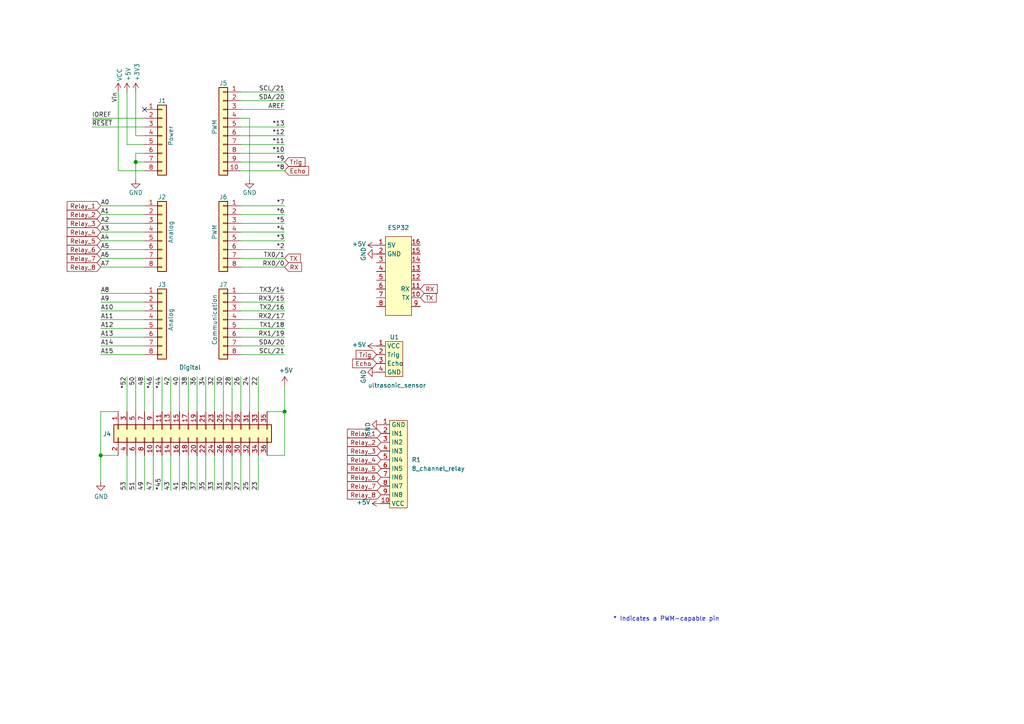
<source format=kicad_sch>
(kicad_sch (version 20211123) (generator eeschema)
  (paper "A4")
  (title_block (date "mar. 31 mars 2015"))
  (lib_symbols
    (symbol "Connector_Generic:Conn_01x08" (pin_names (offset 1.016) hide)
      (property "Reference" "J" (at 0 10.16 0))
      (property "Value" "Conn_01x08" (at 0 -12.7 0))
      (symbol "Conn_01x08_1_1"
        (rectangle (start -1.27 -10.033) (end 0 -10.287) (stroke (width 0.1524)))
        (rectangle (start -1.27 -7.493) (end 0 -7.747) (stroke (width 0.1524)))
        (rectangle (start -1.27 -4.953) (end 0 -5.207) (stroke (width 0.1524)))
        (rectangle (start -1.27 -2.413) (end 0 -2.667) (stroke (width 0.1524)))
        (rectangle (start -1.27 0.127) (end 0 -0.127) (stroke (width 0.1524)))
        (rectangle (start -1.27 2.667) (end 0 2.413) (stroke (width 0.1524)))
        (rectangle (start -1.27 5.207) (end 0 4.953) (stroke (width 0.1524)))
        (rectangle (start -1.27 7.747) (end 0 7.493) (stroke (width 0.1524)))
        (rectangle (start -1.27 8.89) (end 1.27 -11.43) (stroke (width 0.254)) (fill (type background)))
        (pin passive line (at -5.08 7.62 0) (length 3.81) (name "Pin_1") (number "1"))
        (pin passive line (at -5.08 5.08 0) (length 3.81) (name "Pin_2") (number "2"))
        (pin passive line (at -5.08 2.54 0) (length 3.81) (name "Pin_3") (number "3"))
        (pin passive line (at -5.08 0 0) (length 3.81) (name "Pin_4") (number "4"))
        (pin passive line (at -5.08 -2.54 0) (length 3.81) (name "Pin_5") (number "5"))
        (pin passive line (at -5.08 -5.08 0) (length 3.81) (name "Pin_6") (number "6"))
        (pin passive line (at -5.08 -7.62 0) (length 3.81) (name "Pin_7") (number "7"))
        (pin passive line (at -5.08 -10.16 0) (length 3.81) (name "Pin_8") (number "8"))
      )
    )
    (symbol "Connector_Generic:Conn_01x10" (pin_names (offset 1.016) hide)
      (property "Reference" "J" (at 0 12.7 0))
      (property "Value" "Conn_01x10" (at 0 -15.24 0))
      (symbol "Conn_01x10_1_1"
        (rectangle (start -1.27 -12.573) (end 0 -12.827) (stroke (width 0.1524)))
        (rectangle (start -1.27 -10.033) (end 0 -10.287) (stroke (width 0.1524)))
        (rectangle (start -1.27 -7.493) (end 0 -7.747) (stroke (width 0.1524)))
        (rectangle (start -1.27 -4.953) (end 0 -5.207) (stroke (width 0.1524)))
        (rectangle (start -1.27 -2.413) (end 0 -2.667) (stroke (width 0.1524)))
        (rectangle (start -1.27 0.127) (end 0 -0.127) (stroke (width 0.1524)))
        (rectangle (start -1.27 2.667) (end 0 2.413) (stroke (width 0.1524)))
        (rectangle (start -1.27 5.207) (end 0 4.953) (stroke (width 0.1524)))
        (rectangle (start -1.27 7.747) (end 0 7.493) (stroke (width 0.1524)))
        (rectangle (start -1.27 10.287) (end 0 10.033) (stroke (width 0.1524)))
        (rectangle (start -1.27 11.43) (end 1.27 -13.97) (stroke (width 0.254)) (fill (type background)))
        (pin passive line (at -5.08 10.16 0) (length 3.81) (name "Pin_1") (number "1"))
        (pin passive line (at -5.08 -12.7 0) (length 3.81) (name "Pin_10") (number "10"))
        (pin passive line (at -5.08 7.62 0) (length 3.81) (name "Pin_2") (number "2"))
        (pin passive line (at -5.08 5.08 0) (length 3.81) (name "Pin_3") (number "3"))
        (pin passive line (at -5.08 2.54 0) (length 3.81) (name "Pin_4") (number "4"))
        (pin passive line (at -5.08 0 0) (length 3.81) (name "Pin_5") (number "5"))
        (pin passive line (at -5.08 -2.54 0) (length 3.81) (name "Pin_6") (number "6"))
        (pin passive line (at -5.08 -5.08 0) (length 3.81) (name "Pin_7") (number "7"))
        (pin passive line (at -5.08 -7.62 0) (length 3.81) (name "Pin_8") (number "8"))
        (pin passive line (at -5.08 -10.16 0) (length 3.81) (name "Pin_9") (number "9"))
      )
    )
    (symbol "Connector_Generic:Conn_02x18_Odd_Even" (pin_names (offset 1.016) hide)
      (property "Reference" "J" (at 1.27 22.86 0))
      (property "Value" "Conn_02x18_Odd_Even" (at 1.27 -25.4 0))
      (symbol "Conn_02x18_Odd_Even_1_1"
        (rectangle (start -1.27 -22.733) (end 0 -22.987) (stroke (width 0.1524)))
        (rectangle (start -1.27 -20.193) (end 0 -20.447) (stroke (width 0.1524)))
        (rectangle (start -1.27 -17.653) (end 0 -17.907) (stroke (width 0.1524)))
        (rectangle (start -1.27 -15.113) (end 0 -15.367) (stroke (width 0.1524)))
        (rectangle (start -1.27 -12.573) (end 0 -12.827) (stroke (width 0.1524)))
        (rectangle (start -1.27 -10.033) (end 0 -10.287) (stroke (width 0.1524)))
        (rectangle (start -1.27 -7.493) (end 0 -7.747) (stroke (width 0.1524)))
        (rectangle (start -1.27 -4.953) (end 0 -5.207) (stroke (width 0.1524)))
        (rectangle (start -1.27 -2.413) (end 0 -2.667) (stroke (width 0.1524)))
        (rectangle (start -1.27 0.127) (end 0 -0.127) (stroke (width 0.1524)))
        (rectangle (start -1.27 2.667) (end 0 2.413) (stroke (width 0.1524)))
        (rectangle (start -1.27 5.207) (end 0 4.953) (stroke (width 0.1524)))
        (rectangle (start -1.27 7.747) (end 0 7.493) (stroke (width 0.1524)))
        (rectangle (start -1.27 10.287) (end 0 10.033) (stroke (width 0.1524)))
        (rectangle (start -1.27 12.827) (end 0 12.573) (stroke (width 0.1524)))
        (rectangle (start -1.27 15.367) (end 0 15.113) (stroke (width 0.1524)))
        (rectangle (start -1.27 17.907) (end 0 17.653) (stroke (width 0.1524)))
        (rectangle (start -1.27 20.447) (end 0 20.193) (stroke (width 0.1524)))
        (rectangle (start -1.27 21.59) (end 3.81 -24.13) (stroke (width 0.254)) (fill (type background)))
        (rectangle (start 3.81 -22.733) (end 2.54 -22.987) (stroke (width 0.1524)))
        (rectangle (start 3.81 -20.193) (end 2.54 -20.447) (stroke (width 0.1524)))
        (rectangle (start 3.81 -17.653) (end 2.54 -17.907) (stroke (width 0.1524)))
        (rectangle (start 3.81 -15.113) (end 2.54 -15.367) (stroke (width 0.1524)))
        (rectangle (start 3.81 -12.573) (end 2.54 -12.827) (stroke (width 0.1524)))
        (rectangle (start 3.81 -10.033) (end 2.54 -10.287) (stroke (width 0.1524)))
        (rectangle (start 3.81 -7.493) (end 2.54 -7.747) (stroke (width 0.1524)))
        (rectangle (start 3.81 -4.953) (end 2.54 -5.207) (stroke (width 0.1524)))
        (rectangle (start 3.81 -2.413) (end 2.54 -2.667) (stroke (width 0.1524)))
        (rectangle (start 3.81 0.127) (end 2.54 -0.127) (stroke (width 0.1524)))
        (rectangle (start 3.81 2.667) (end 2.54 2.413) (stroke (width 0.1524)))
        (rectangle (start 3.81 5.207) (end 2.54 4.953) (stroke (width 0.1524)))
        (rectangle (start 3.81 7.747) (end 2.54 7.493) (stroke (width 0.1524)))
        (rectangle (start 3.81 10.287) (end 2.54 10.033) (stroke (width 0.1524)))
        (rectangle (start 3.81 12.827) (end 2.54 12.573) (stroke (width 0.1524)))
        (rectangle (start 3.81 15.367) (end 2.54 15.113) (stroke (width 0.1524)))
        (rectangle (start 3.81 17.907) (end 2.54 17.653) (stroke (width 0.1524)))
        (rectangle (start 3.81 20.447) (end 2.54 20.193) (stroke (width 0.1524)))
        (pin passive line (at -5.08 20.32 0) (length 3.81) (name "Pin_1") (number "1"))
        (pin passive line (at 7.62 10.16 180) (length 3.81) (name "Pin_10") (number "10"))
        (pin passive line (at -5.08 7.62 0) (length 3.81) (name "Pin_11") (number "11"))
        (pin passive line (at 7.62 7.62 180) (length 3.81) (name "Pin_12") (number "12"))
        (pin passive line (at -5.08 5.08 0) (length 3.81) (name "Pin_13") (number "13"))
        (pin passive line (at 7.62 5.08 180) (length 3.81) (name "Pin_14") (number "14"))
        (pin passive line (at -5.08 2.54 0) (length 3.81) (name "Pin_15") (number "15"))
        (pin passive line (at 7.62 2.54 180) (length 3.81) (name "Pin_16") (number "16"))
        (pin passive line (at -5.08 0 0) (length 3.81) (name "Pin_17") (number "17"))
        (pin passive line (at 7.62 0 180) (length 3.81) (name "Pin_18") (number "18"))
        (pin passive line (at -5.08 -2.54 0) (length 3.81) (name "Pin_19") (number "19"))
        (pin passive line (at 7.62 20.32 180) (length 3.81) (name "Pin_2") (number "2"))
        (pin passive line (at 7.62 -2.54 180) (length 3.81) (name "Pin_20") (number "20"))
        (pin passive line (at -5.08 -5.08 0) (length 3.81) (name "Pin_21") (number "21"))
        (pin passive line (at 7.62 -5.08 180) (length 3.81) (name "Pin_22") (number "22"))
        (pin passive line (at -5.08 -7.62 0) (length 3.81) (name "Pin_23") (number "23"))
        (pin passive line (at 7.62 -7.62 180) (length 3.81) (name "Pin_24") (number "24"))
        (pin passive line (at -5.08 -10.16 0) (length 3.81) (name "Pin_25") (number "25"))
        (pin passive line (at 7.62 -10.16 180) (length 3.81) (name "Pin_26") (number "26"))
        (pin passive line (at -5.08 -12.7 0) (length 3.81) (name "Pin_27") (number "27"))
        (pin passive line (at 7.62 -12.7 180) (length 3.81) (name "Pin_28") (number "28"))
        (pin passive line (at -5.08 -15.24 0) (length 3.81) (name "Pin_29") (number "29"))
        (pin passive line (at -5.08 17.78 0) (length 3.81) (name "Pin_3") (number "3"))
        (pin passive line (at 7.62 -15.24 180) (length 3.81) (name "Pin_30") (number "30"))
        (pin passive line (at -5.08 -17.78 0) (length 3.81) (name "Pin_31") (number "31"))
        (pin passive line (at 7.62 -17.78 180) (length 3.81) (name "Pin_32") (number "32"))
        (pin passive line (at -5.08 -20.32 0) (length 3.81) (name "Pin_33") (number "33"))
        (pin passive line (at 7.62 -20.32 180) (length 3.81) (name "Pin_34") (number "34"))
        (pin passive line (at -5.08 -22.86 0) (length 3.81) (name "Pin_35") (number "35"))
        (pin passive line (at 7.62 -22.86 180) (length 3.81) (name "Pin_36") (number "36"))
        (pin passive line (at 7.62 17.78 180) (length 3.81) (name "Pin_4") (number "4"))
        (pin passive line (at -5.08 15.24 0) (length 3.81) (name "Pin_5") (number "5"))
        (pin passive line (at 7.62 15.24 180) (length 3.81) (name "Pin_6") (number "6"))
        (pin passive line (at -5.08 12.7 0) (length 3.81) (name "Pin_7") (number "7"))
        (pin passive line (at 7.62 12.7 180) (length 3.81) (name "Pin_8") (number "8"))
        (pin passive line (at -5.08 10.16 0) (length 3.81) (name "Pin_9") (number "9"))
      )
    )
    (symbol "My_Symbol:8_channel_relay"
      (property "Reference" "R" (at -1.27 3.81 0))
      (property "Value" "8_channel_relay" (at 0 -30.48 0))
      (symbol "8_channel_relay_0_1"
        (rectangle (start 0 0) (end 5.08 -25.4) (fill (type background)))
      )
      (symbol "8_channel_relay_1_1"
        (pin input line (at -2.54 -1.27 0) (length 2.54) (name "GND") (number "1"))
        (pin input line (at -2.54 -24.13 0) (length 2.54) (name "VCC") (number "10"))
        (pin input line (at -2.54 -3.81 0) (length 2.54) (name "IN1") (number "2"))
        (pin input line (at -2.54 -6.35 0) (length 2.54) (name "IN2") (number "3"))
        (pin input line (at -2.54 -8.89 0) (length 2.54) (name "IN3") (number "4"))
        (pin input line (at -2.54 -11.43 0) (length 2.54) (name "IN4") (number "5"))
        (pin input line (at -2.54 -13.97 0) (length 2.54) (name "IN5") (number "6"))
        (pin input line (at -2.54 -16.51 0) (length 2.54) (name "IN6") (number "7"))
        (pin input line (at -2.54 -19.05 0) (length 2.54) (name "IN7") (number "8"))
        (pin input line (at -2.54 -21.59 0) (length 2.54) (name "IN8") (number "9"))
      )
    )
    (symbol "My_Symbol:ESP32"
      (property "Value" "ESP32" (at 3.81 1.27 0))
      (symbol "ESP32_0_1"
        (rectangle (start 0 0) (end 7.62 -22.86) (fill (type background)))
      )
      (symbol "ESP32_1_1"
        (pin input line (at -2.54 -2.54 0) (length 2.54) (name "5V") (number "1"))
        (pin input line (at 10.16 -17.78 180) (length 2.54) (name "TX") (number "10"))
        (pin input line (at 10.16 -15.24 180) (length 2.54) (name "RX") (number "11"))
        (pin input line (at 10.16 -12.7 180) (length 2.54) (name "") (number "12"))
        (pin input line (at 10.16 -10.16 180) (length 2.54) (name "") (number "13"))
        (pin input line (at 10.16 -7.62 180) (length 2.54) (name "") (number "14"))
        (pin input line (at 10.16 -5.08 180) (length 2.54) (name "") (number "15"))
        (pin input line (at 10.16 -2.54 180) (length 2.54) (name "") (number "16"))
        (pin input line (at -2.54 -5.08 0) (length 2.54) (name "GND") (number "2"))
        (pin input line (at -2.54 -7.62 0) (length 2.54) (name "") (number "3"))
        (pin input line (at -2.54 -10.16 0) (length 2.54) (name "") (number "4"))
        (pin input line (at -2.54 -12.7 0) (length 2.54) (name "") (number "5"))
        (pin input line (at -2.54 -15.24 0) (length 2.54) (name "") (number "6"))
        (pin input line (at -2.54 -17.78 0) (length 2.54) (name "") (number "7"))
        (pin input line (at -2.54 -20.32 0) (length 2.54) (name "") (number "8"))
        (pin input line (at 10.16 -20.32 180) (length 2.54) (name "") (number "9"))
      )
    )
    (symbol "My_Symbol:ultrasonic_sensor"
      (property "Reference" "U" (at 3.048 -13.462 0))
      (property "Value" "ultrasonic_sensor" (at 2.794 2.794 0))
      (symbol "ultrasonic_sensor_0_1"
        (rectangle (start 0 0) (end 5.08 -10.16) (fill (type background)))
      )
      (symbol "ultrasonic_sensor_1_1"
        (pin input line (at -2.54 -1.27 0) (length 2.54) (name "VCC") (number "1"))
        (pin input line (at -2.54 -3.81 0) (length 2.54) (name "Trig") (number "2"))
        (pin input line (at -2.54 -6.35 0) (length 2.54) (name "Echo") (number "3"))
        (pin input line (at -2.54 -8.89 0) (length 2.54) (name "GND") (number "4"))
      )
    )
    (symbol "power:+3V3" (power) (pin_names (offset 0))
      (property "Value" "+3V3" (at 0 3.556 0))
      (symbol "+3V3_0_1"
        (polyline (pts (xy -0.762 1.27) (xy 0 2.54)))
        (polyline (pts (xy 0 0) (xy 0 2.54)))
        (polyline (pts (xy 0 2.54) (xy 0.762 1.27)))
      )
      (symbol "+3V3_1_1"
        (pin power_in line (at 0 0 90) (length 0) hide (name "+3V3") (number "1"))
      )
    )
    (symbol "power:+5V" (power) (pin_names (offset 0))
      (property "Value" "+5V" (at 0 3.556 0))
      (symbol "+5V_0_1"
        (polyline (pts (xy -0.762 1.27) (xy 0 2.54)))
        (polyline (pts (xy 0 0) (xy 0 2.54)))
        (polyline (pts (xy 0 2.54) (xy 0.762 1.27)))
      )
      (symbol "+5V_1_1"
        (pin power_in line (at 0 0 90) (length 0) hide (name "+5V") (number "1"))
      )
    )
    (symbol "power:GND" (power) (pin_names (offset 0))
      (property "Value" "GND" (at 0 -3.81 0))
      (symbol "GND_0_1"
        (polyline (pts (xy 0 0) (xy 0 -1.27) (xy 1.27 -1.27) (xy 0 -2.54) (xy -1.27 -1.27) (xy 0 -1.27)))
      )
      (symbol "GND_1_1"
        (pin power_in line (at 0 0 270) (length 0) hide (name "GND") (number "1"))
      )
    )
    (symbol "power:VCC" (power) (pin_names (offset 0))
      (property "Value" "VCC" (at 0 3.81 0))
      (symbol "VCC_0_1"
        (polyline (pts (xy -0.762 1.27) (xy 0 2.54)))
        (polyline (pts (xy 0 0) (xy 0 2.54)))
        (polyline (pts (xy 0 2.54) (xy 0.762 1.27)))
      )
      (symbol "VCC_1_1"
        (pin power_in line (at 0 0 90) (length 0) hide (name "VCC") (number "1"))
      )
    )
  )
  (junction (at 29.21 132.08) (diameter 1.016))
  (junction (at 39.37 46.99) (diameter 1.016))
  (junction (at 82.55 119.38) (diameter 1.016))
  (no_connect (at 41.91 31.75))
  (wire (pts (xy 69.85 77.47) (xy 82.55 77.47)))
  (wire (pts (xy 29.21 77.47) (xy 41.91 77.47)))
  (wire (pts (xy 69.85 44.45) (xy 82.55 44.45)))
  (wire (pts (xy 52.07 109.22) (xy 52.07 119.38)))
  (wire (pts (xy 69.85 26.67) (xy 82.55 26.67)))
  (wire (pts (xy 54.61 109.22) (xy 54.61 119.38)))
  (wire (pts (xy 82.55 119.38) (xy 82.55 132.08)))
  (wire (pts (xy 34.29 119.38) (xy 29.21 119.38)))
  (wire (pts (xy 69.85 90.17) (xy 82.55 90.17)))
  (wire (pts (xy 39.37 44.45) (xy 39.37 46.99)))
  (wire (pts (xy 57.15 132.08) (xy 57.15 142.24)))
  (wire (pts (xy 29.21 72.39) (xy 41.91 72.39)))
  (wire (pts (xy 62.23 109.22) (xy 62.23 119.38)))
  (wire (pts (xy 39.37 109.22) (xy 39.37 119.38)))
  (wire (pts (xy 74.93 109.22) (xy 74.93 119.38)))
  (wire (pts (xy 39.37 46.99) (xy 39.37 52.07)))
  (wire (pts (xy 69.85 132.08) (xy 69.85 142.24)))
  (wire (pts (xy 39.37 39.37) (xy 41.91 39.37)))
  (wire (pts (xy 49.53 109.22) (xy 49.53 119.38)))
  (wire (pts (xy 36.83 41.91) (xy 41.91 41.91)))
  (wire (pts (xy 59.69 132.08) (xy 59.69 142.24)))
  (wire (pts (xy 36.83 26.67) (xy 36.83 41.91)))
  (wire (pts (xy 29.21 102.87) (xy 41.91 102.87)))
  (wire (pts (xy 44.45 132.08) (xy 44.45 142.24)))
  (wire (pts (xy 67.31 132.08) (xy 67.31 142.24)))
  (wire (pts (xy 69.85 36.83) (xy 82.55 36.83)))
  (wire (pts (xy 39.37 26.67) (xy 39.37 39.37)))
  (wire (pts (xy 69.85 59.69) (xy 82.55 59.69)))
  (wire (pts (xy 41.91 59.69) (xy 29.21 59.69)))
  (wire (pts (xy 69.85 39.37) (xy 82.55 39.37)))
  (wire (pts (xy 41.91 100.33) (xy 29.21 100.33)))
  (wire (pts (xy 69.85 62.23) (xy 82.55 62.23)))
  (wire (pts (xy 69.85 97.79) (xy 82.55 97.79)))
  (wire (pts (xy 59.69 109.22) (xy 59.69 119.38)))
  (wire (pts (xy 29.21 119.38) (xy 29.21 132.08)))
  (wire (pts (xy 44.45 109.22) (xy 44.45 119.38)))
  (wire (pts (xy 34.29 132.08) (xy 29.21 132.08)))
  (wire (pts (xy 69.85 46.99) (xy 82.55 46.99)))
  (wire (pts (xy 67.31 109.22) (xy 67.31 119.38)))
  (wire (pts (xy 64.77 109.22) (xy 64.77 119.38)))
  (wire (pts (xy 46.99 132.08) (xy 46.99 142.24)))
  (wire (pts (xy 64.77 132.08) (xy 64.77 142.24)))
  (wire (pts (xy 41.91 132.08) (xy 41.91 142.24)))
  (wire (pts (xy 72.39 109.22) (xy 72.39 119.38)))
  (wire (pts (xy 69.85 67.31) (xy 82.55 67.31)))
  (wire (pts (xy 52.07 132.08) (xy 52.07 142.24)))
  (wire (pts (xy 46.99 109.22) (xy 46.99 119.38)))
  (wire (pts (xy 26.67 34.29) (xy 41.91 34.29)))
  (wire (pts (xy 69.85 87.63) (xy 82.55 87.63)))
  (wire (pts (xy 82.55 111.76) (xy 82.55 119.38)))
  (wire (pts (xy 72.39 34.29) (xy 72.39 52.07)))
  (wire (pts (xy 69.85 102.87) (xy 82.55 102.87)))
  (wire (pts (xy 69.85 31.75) (xy 82.55 31.75)))
  (wire (pts (xy 77.47 119.38) (xy 82.55 119.38)))
  (wire (pts (xy 69.85 95.25) (xy 82.55 95.25)))
  (wire (pts (xy 29.21 92.71) (xy 41.91 92.71)))
  (wire (pts (xy 41.91 64.77) (xy 29.21 64.77)))
  (wire (pts (xy 26.67 36.83) (xy 41.91 36.83)))
  (wire (pts (xy 69.85 85.09) (xy 82.55 85.09)))
  (wire (pts (xy 41.91 46.99) (xy 39.37 46.99)))
  (wire (pts (xy 41.91 49.53) (xy 34.29 49.53)))
  (wire (pts (xy 36.83 109.22) (xy 36.83 119.38)))
  (wire (pts (xy 29.21 62.23) (xy 41.91 62.23)))
  (wire (pts (xy 39.37 132.08) (xy 39.37 142.24)))
  (wire (pts (xy 62.23 132.08) (xy 62.23 142.24)))
  (wire (pts (xy 41.91 90.17) (xy 29.21 90.17)))
  (wire (pts (xy 36.83 132.08) (xy 36.83 142.24)))
  (wire (pts (xy 69.85 92.71) (xy 82.55 92.71)))
  (wire (pts (xy 69.85 34.29) (xy 72.39 34.29)))
  (wire (pts (xy 54.61 132.08) (xy 54.61 142.24)))
  (wire (pts (xy 41.91 44.45) (xy 39.37 44.45)))
  (wire (pts (xy 29.21 97.79) (xy 41.91 97.79)))
  (wire (pts (xy 69.85 109.22) (xy 69.85 119.38)))
  (wire (pts (xy 69.85 41.91) (xy 82.55 41.91)))
  (wire (pts (xy 57.15 109.22) (xy 57.15 119.38)))
  (wire (pts (xy 29.21 87.63) (xy 41.91 87.63)))
  (wire (pts (xy 69.85 64.77) (xy 82.55 64.77)))
  (wire (pts (xy 29.21 67.31) (xy 41.91 67.31)))
  (wire (pts (xy 41.91 109.22) (xy 41.91 119.38)))
  (wire (pts (xy 69.85 100.33) (xy 82.55 100.33)))
  (wire (pts (xy 82.55 132.08) (xy 77.47 132.08)))
  (wire (pts (xy 41.91 85.09) (xy 29.21 85.09)))
  (wire (pts (xy 74.93 132.08) (xy 74.93 142.24)))
  (wire (pts (xy 69.85 29.21) (xy 82.55 29.21)))
  (wire (pts (xy 72.39 132.08) (xy 72.39 142.24)))
  (wire (pts (xy 69.85 72.39) (xy 82.55 72.39)))
  (wire (pts (xy 69.85 69.85) (xy 82.55 69.85)))
  (wire (pts (xy 49.53 132.08) (xy 49.53 142.24)))
  (wire (pts (xy 69.85 74.93) (xy 82.55 74.93)))
  (wire (pts (xy 41.91 95.25) (xy 29.21 95.25)))
  (wire (pts (xy 34.29 49.53) (xy 34.29 26.67)))
  (wire (pts (xy 29.21 132.08) (xy 29.21 139.7)))
  (wire (pts (xy 41.91 74.93) (xy 29.21 74.93)))
  (wire (pts (xy 41.91 69.85) (xy 29.21 69.85)))
  (wire (pts (xy 69.85 49.53) (xy 82.55 49.53)))
  (text "* Indicates a PWM-capable pin" (at 177.8 180.34 0) (effects (font (size 1.27 1.27)) (justify left bottom)))
  (label "A10" (at 29.21 90.17 0))
  (label "RX0{slash}0" (at 82.55 77.47 180))
  (label "A15" (at 29.21 102.87 0))
  (label "A2" (at 29.21 64.77 0))
  (label "RX2{slash}17" (at 82.55 92.71 180))
  (label "*4" (at 82.55 67.31 180))
  (label "SDA{slash}20" (at 82.55 100.33 180))
  (label "26" (at 69.85 109.22 270))
  (label "31" (at 64.77 142.24 90))
  (label "22" (at 74.93 109.22 270))
  (label "33" (at 62.23 142.24 90))
  (label "36" (at 57.15 109.22 270))
  (label "*2" (at 82.55 72.39 180))
  (label "TX1{slash}18" (at 82.55 95.25 180))
  (label "*44" (at 46.99 109.22 270))
  (label "A3" (at 29.21 67.31 0))
  (label "*13" (at 82.55 36.83 180))
  (label "*52" (at 36.83 109.22 270))
  (label "*12" (at 82.55 39.37 180))
  (label "40" (at 52.07 109.22 270))
  (label "~{RESET}" (at 26.67 36.83 0))
  (label "35" (at 59.69 142.24 90))
  (label "*10" (at 82.55 44.45 180))
  (label "28" (at 67.31 109.22 270))
  (label "23" (at 74.93 142.24 90))
  (label "29" (at 67.31 142.24 90))
  (label "A13" (at 29.21 97.79 0))
  (label "41" (at 52.07 142.24 90))
  (label "30" (at 64.77 109.22 270))
  (label "47" (at 44.45 142.24 90))
  (label "34" (at 59.69 109.22 270))
  (label "*45" (at 46.99 142.24 90))
  (label "38" (at 54.61 109.22 270))
  (label "51" (at 39.37 142.24 90))
  (label "*7" (at 82.55 59.69 180))
  (label "SDA{slash}20" (at 82.55 29.21 180))
  (label "*8" (at 82.55 49.53 180))
  (label "A9" (at 29.21 87.63 0))
  (label "*11" (at 82.55 41.91 180))
  (label "*3" (at 82.55 69.85 180))
  (label "A6" (at 29.21 74.93 0))
  (label "42" (at 49.53 109.22 270))
  (label "A1" (at 29.21 62.23 0))
  (label "53" (at 36.83 142.24 90))
  (label "TX0{slash}1" (at 82.55 74.93 180))
  (label "24" (at 72.39 109.22 270))
  (label "RX1{slash}19" (at 82.55 97.79 180))
  (label "A0" (at 29.21 59.69 0))
  (label "AREF" (at 82.55 31.75 180))
  (label "A14" (at 29.21 100.33 0))
  (label "39" (at 54.61 142.24 90))
  (label "A8" (at 29.21 85.09 0))
  (label "Vin" (at 34.29 26.67 270))
  (label "27" (at 69.85 142.24 90))
  (label "37" (at 57.15 142.24 90))
  (label "25" (at 72.39 142.24 90))
  (label "*6" (at 82.55 62.23 180))
  (label "*46" (at 44.45 109.22 270))
  (label "SCL{slash}21" (at 82.55 26.67 180))
  (label "*9" (at 82.55 46.99 180))
  (label "50" (at 39.37 109.22 270))
  (label "TX2{slash}16" (at 82.55 90.17 180))
  (label "*5" (at 82.55 64.77 180))
  (label "IOREF" (at 26.67 34.29 0))
  (label "A7" (at 29.21 77.47 0))
  (label "A11" (at 29.21 92.71 0))
  (label "A4" (at 29.21 69.85 0))
  (label "49" (at 41.91 142.24 90))
  (label "A5" (at 29.21 72.39 0))
  (label "RX3{slash}15" (at 82.55 87.63 180))
  (label "TX3{slash}14" (at 82.55 85.09 180))
  (label "32" (at 62.23 109.22 270))
  (label "43" (at 49.53 142.24 90))
  (label "A12" (at 29.21 95.25 0))
  (label "SCL{slash}21" (at 82.55 102.87 180))
  (label "48" (at 41.91 109.22 270))
  (global_label "Relay_6" (shape input) (at 29.21 72.39 180) (property "Intersheet References" "${INTERSHEET_REFS}" (effects hide)))
  (global_label "Relay_4" (shape input) (at 110.49 133.35 180) (property "Intersheet References" "${INTERSHEET_REFS}" (effects hide)))
  (global_label "Relay_1" (shape input) (at 29.21 59.69 180) (property "Intersheet References" "${INTERSHEET_REFS}" (effects hide)))
  (global_label "Trig" (shape input) (at 109.22 102.87 180) (property "Intersheet References" "${INTERSHEET_REFS}" (effects hide)))
  (global_label "Relay_5" (shape input) (at 110.49 135.89 180) (property "Intersheet References" "${INTERSHEET_REFS}" (effects hide)))
  (global_label "Echo" (shape input) (at 82.55 49.53 0) (property "Intersheet References" "${INTERSHEET_REFS}" (effects hide)))
  (global_label "Relay_3" (shape input) (at 29.21 64.77 180) (property "Intersheet References" "${INTERSHEET_REFS}" (effects hide)))
  (global_label "TX" (shape input) (at 82.55 74.93 0) (property "Intersheet References" "${INTERSHEET_REFS}" (effects hide)))
  (global_label "TX" (shape input) (at 121.92 86.36 0) (property "Intersheet References" "${INTERSHEET_REFS}" (effects hide)))
  (global_label "Relay_5" (shape input) (at 29.21 69.85 180) (property "Intersheet References" "${INTERSHEET_REFS}" (effects hide)))
  (global_label "RX" (shape input) (at 82.55 77.47 0) (property "Intersheet References" "${INTERSHEET_REFS}" (effects hide)))
  (global_label "Relay_8" (shape input) (at 110.49 143.51 180) (property "Intersheet References" "${INTERSHEET_REFS}" (effects hide)))
  (global_label "Echo" (shape input) (at 109.22 105.41 180) (property "Intersheet References" "${INTERSHEET_REFS}" (effects hide)))
  (global_label "Relay_3" (shape input) (at 110.49 130.81 180) (property "Intersheet References" "${INTERSHEET_REFS}" (effects hide)))
  (global_label "RX" (shape input) (at 121.92 83.82 0) (property "Intersheet References" "${INTERSHEET_REFS}" (effects hide)))
  (global_label "Relay_4" (shape input) (at 29.21 67.31 180) (property "Intersheet References" "${INTERSHEET_REFS}" (effects hide)))
  (global_label "Relay_2" (shape input) (at 110.49 128.27 180) (property "Intersheet References" "${INTERSHEET_REFS}" (effects hide)))
  (global_label "Relay_7" (shape input) (at 29.21 74.93 180) (property "Intersheet References" "${INTERSHEET_REFS}" (effects hide)))
  (global_label "Relay_6" (shape input) (at 110.49 138.43 180) (property "Intersheet References" "${INTERSHEET_REFS}" (effects hide)))
  (global_label "Relay_1" (shape input) (at 110.49 125.73 180) (property "Intersheet References" "${INTERSHEET_REFS}" (effects hide)))
  (global_label "Trig" (shape input) (at 82.55 46.99 0) (property "Intersheet References" "${INTERSHEET_REFS}" (effects hide)))
  (global_label "Relay_7" (shape input) (at 110.49 140.97 180) (property "Intersheet References" "${INTERSHEET_REFS}" (effects hide)))
  (global_label "Relay_2" (shape input) (at 29.21 62.23 180) (property "Intersheet References" "${INTERSHEET_REFS}" (effects hide)))
  (global_label "Relay_8" (shape input) (at 29.21 77.47 180) (property "Intersheet References" "${INTERSHEET_REFS}" (effects hide)))
  (symbol (lib_id "Connector_Generic:Conn_01x08") (at 46.99 39.37 0) (unit 1)
    (property "Reference" "J1" (at 46.99 29.21 0))
    (property "Value" "Power" (at 49.53 39.37 90))
    (property "Footprint" "Connector_PinSocket_2.54mm:PinSocket_1x08_P2.54mm_Vertical" (effects hide))
  )
  (symbol (lib_id "power:+3V3") (at 39.37 26.67 0) (unit 1)
    (property "Reference" "#PWR04" (effects hide))
    (property "Value" "+3.3V" (at 39.751 23.622 90) (effects (justify left)))
  )
  (symbol (lib_id "power:+5V") (at 36.83 26.67 0) (unit 1)
    (property "Reference" "#PWR03" (effects hide))
    (property "Value" "+5V" (at 37.1856 23.622 90) (effects (justify left)))
  )
  (symbol (lib_id "power:GND") (at 39.37 52.07 0) (unit 1)
    (property "Reference" "#PWR05" (effects hide))
    (property "Value" "GND" (at 39.37 55.88 0))
  )
  (symbol (lib_id "Connector_Generic:Conn_01x10") (at 64.77 36.83 0) (mirror y) (unit 1)
    (property "Reference" "J5" (at 64.77 24.13 0))
    (property "Value" "PWM" (at 62.23 36.83 90))
    (property "Footprint" "Connector_PinSocket_2.54mm:PinSocket_1x10_P2.54mm_Vertical" (effects hide))
  )
  (symbol (lib_id "power:GND") (at 72.39 52.07 0) (unit 1)
    (property "Reference" "#PWR06" (effects hide))
    (property "Value" "GND" (at 72.39 55.88 0))
  )
  (symbol (lib_id "Connector_Generic:Conn_01x08") (at 46.99 67.31 0) (unit 1)
    (property "Reference" "J2" (at 46.99 57.15 0))
    (property "Value" "Analog" (at 49.53 67.31 90))
    (property "Footprint" "Connector_PinSocket_2.54mm:PinSocket_1x08_P2.54mm_Vertical" (effects hide))
  )
  (symbol (lib_id "Connector_Generic:Conn_01x08") (at 64.77 67.31 0) (mirror y) (unit 1)
    (property "Reference" "J6" (at 64.77 57.15 0))
    (property "Value" "PWM" (at 62.23 67.31 90))
    (property "Footprint" "Connector_PinSocket_2.54mm:PinSocket_1x08_P2.54mm_Vertical" (effects hide))
  )
  (symbol (lib_id "Connector_Generic:Conn_01x08") (at 46.99 92.71 0) (unit 1)
    (property "Reference" "J3" (at 46.99 82.55 0))
    (property "Value" "Analog" (at 49.53 92.71 90))
    (property "Footprint" "Connector_PinSocket_2.54mm:PinSocket_1x08_P2.54mm_Vertical" (effects hide))
  )
  (symbol (lib_id "Connector_Generic:Conn_01x08") (at 64.77 92.71 0) (mirror y) (unit 1)
    (property "Reference" "J7" (at 64.77 82.55 0))
    (property "Value" "Communication" (at 62.23 92.71 90))
    (property "Footprint" "Connector_PinSocket_2.54mm:PinSocket_1x08_P2.54mm_Vertical" (effects hide))
  )
  (symbol (lib_id "Connector_Generic:Conn_02x18_Odd_Even") (at 54.61 124.46 90) (mirror x) (unit 1)
    (property "Reference" "J4" (at 32.2579 125.8506 90) (effects (justify left)))
    (property "Value" "Digital" (at 55.118 106.553 90))
    (property "Footprint" "Connector_PinSocket_2.54mm:PinSocket_2x18_P2.54mm_Vertical" (effects hide))
  )
  (symbol (lib_id "power:GND") (at 29.21 139.7 0) (unit 1)
    (property "Reference" "#PWR01" (effects hide))
    (property "Value" "GND" (at 29.3243 144.0244 0))
  )
  (symbol (lib_id "power:+5V") (at 82.55 111.76 0) (unit 1)
    (property "Reference" "#PWR07" (effects hide))
    (property "Value" "+5V" (at 82.9183 107.4356 0))
  )
  (symbol (lib_id "power:+5V") (at 109.22 71.12 90) (unit 1)
    (property "Reference" "#PWR08" (effects hide))
    (property "Value" "+5V" (at 106.172 70.7644 90) (effects (justify left)))
  )
  (symbol (lib_id "My_Symbol:ESP32") (at 111.76 68.58 0) (unit 1)
    (property "Reference" "E1" (effects hide))
    (property "Value" "ESP32" (at 115.57 66.04 0))
    (property "Footprint" "My_Lib:ESP32" (effects hide))
  )
  (symbol (lib_id "power:GND") (at 110.49 123.19 270) (unit 1)
    (property "Reference" "#PWR012" (effects hide))
    (property "Value" "GND" (at 106.68 124.46 0))
  )
  (symbol (lib_id "power:VCC") (at 34.29 26.67 0) (unit 1)
    (property "Reference" "#PWR02" (effects hide))
    (property "Value" "VCC" (at 34.671 23.622 90) (effects (justify left)))
  )
  (symbol (lib_id "power:+5V") (at 109.22 100.33 90) (unit 1)
    (property "Reference" "#PWR010" (effects hide))
    (property "Value" "+5V" (at 106.172 99.9744 90) (effects (justify left)))
  )
  (symbol (lib_id "power:+5V") (at 110.49 146.05 90) (unit 1)
    (property "Reference" "#PWR013" (effects hide))
    (property "Value" "+5V" (at 107.442 145.6944 90) (effects (justify left)))
  )
  (symbol (lib_id "power:GND") (at 109.22 73.66 270) (unit 1)
    (property "Reference" "#PWR09" (effects hide))
    (property "Value" "GND" (at 105.41 73.66 0))
  )
  (symbol (lib_id "power:GND") (at 109.22 107.95 270) (unit 1)
    (property "Reference" "#PWR011" (effects hide))
    (property "Value" "GND" (at 105.41 109.22 0))
  )
  (symbol (lib_id "My_Symbol:8_channel_relay") (at 113.03 121.92 0) (unit 1)
    (property "Reference" "R1" (at 119.38 133.3499 0) (effects (justify left)))
    (property "Value" "8_channel_relay" (at 119.38 135.8899 0) (effects (justify left)))
    (property "Footprint" "My_Lib:8_channel_relay" (effects hide))
  )
  (symbol (lib_id "My_Symbol:ultrasonic_sensor") (at 111.76 99.06 0) (unit 1)
    (property "Reference" "U1" (at 113.03 97.79 0) (effects (justify left)))
    (property "Value" "ultrasonic_sensor" (at 106.68 111.76 0) (effects (justify left)))
    (property "Footprint" "My_Lib:ultrasonic_sensor" (effects hide))
  )
)
</source>
